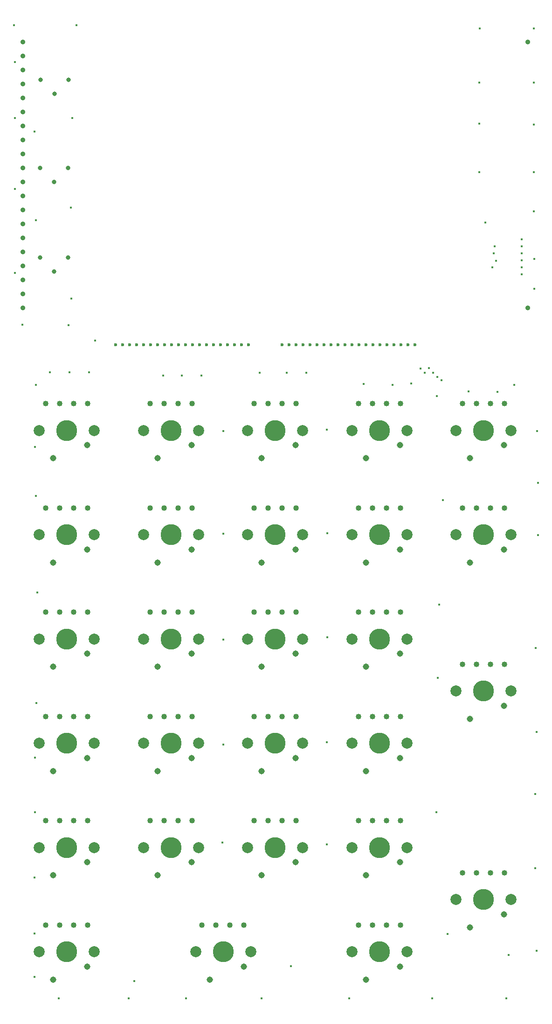
<source format=gbr>
%TF.GenerationSoftware,Altium Limited,Altium Designer,22.7.1 (60)*%
G04 Layer_Color=0*
%FSLAX45Y45*%
%MOMM*%
%TF.SameCoordinates,5A05AA2C-F857-43D8-A6CE-F15CAA79189D*%
%TF.FilePolarity,Positive*%
%TF.FileFunction,Plated,1,2,PTH,Drill*%
%TF.Part,Single*%
G01*
G75*
%TA.AperFunction,ComponentDrill*%
%ADD55C,0.83820*%
%ADD56C,1.01600*%
%ADD57C,1.14300*%
%ADD58C,3.81000*%
%ADD59C,2.00000*%
%ADD60C,0.60000*%
%TA.AperFunction,OtherDrill,Pad Free-15 (2.59mm,126.853mm)*%
%ADD61C,0.90000*%
%TA.AperFunction,OtherDrill,Pad Free-15 (2.59mm,129.393mm)*%
%ADD62C,0.90000*%
%TA.AperFunction,OtherDrill,Pad Free-15 (2.59mm,131.933mm)*%
%ADD63C,0.90000*%
%TA.AperFunction,OtherDrill,Pad Free-15 (2.59mm,134.473mm)*%
%ADD64C,0.90000*%
%TA.AperFunction,OtherDrill,Pad Free-15 (2.59mm,137.013mm)*%
%ADD65C,0.90000*%
%TA.AperFunction,OtherDrill,Pad Free-15 (2.59mm,139.553mm)*%
%ADD66C,0.90000*%
%TA.AperFunction,OtherDrill,Pad Free-15 (2.59mm,142.093mm)*%
%ADD67C,0.90000*%
%TA.AperFunction,OtherDrill,Pad Free-15 (2.59mm,144.633mm)*%
%ADD68C,0.90000*%
%TA.AperFunction,OtherDrill,Pad Free-15 (2.59mm,147.173mm)*%
%ADD69C,0.90000*%
%TA.AperFunction,OtherDrill,Pad Free-15 (2.59mm,149.713mm)*%
%ADD70C,0.90000*%
%TA.AperFunction,OtherDrill,Pad Free-15 (2.59mm,152.253mm)*%
%ADD71C,0.90000*%
%TA.AperFunction,OtherDrill,Pad Free-15 (2.59mm,154.793mm)*%
%ADD72C,0.90000*%
%TA.AperFunction,OtherDrill,Pad Free-15 (2.59mm,157.333mm)*%
%ADD73C,0.90000*%
%TA.AperFunction,OtherDrill,Pad Free-15 (2.59mm,159.873mm)*%
%ADD74C,0.90000*%
%TA.AperFunction,OtherDrill,Pad Free-15 (2.59mm,162.413mm)*%
%ADD75C,0.90000*%
%TA.AperFunction,OtherDrill,Pad Free-15 (2.59mm,164.953mm)*%
%ADD76C,0.90000*%
%TA.AperFunction,OtherDrill,Pad Free-15 (2.59mm,167.493mm)*%
%ADD77C,0.90000*%
%TA.AperFunction,OtherDrill,Pad Free-15 (94.259mm,126.853mm)*%
%ADD78C,0.90000*%
%TA.AperFunction,OtherDrill,Pad Free-15 (94.259mm,175.113mm)*%
%ADD79C,0.90000*%
%TA.AperFunction,OtherDrill,Pad Free-15 (2.59mm,170.033mm)*%
%ADD80C,0.90000*%
%TA.AperFunction,OtherDrill,Pad Free-15 (2.59mm,172.573mm)*%
%ADD81C,0.90000*%
%TA.AperFunction,OtherDrill,Pad Free-15 (2.59mm,175.113mm)*%
%ADD82C,0.90000*%
%TA.AperFunction,ViaDrill,NotFilled*%
%ADD83C,0.38100*%
D55*
X584200Y16827499D02*
D03*
X838200Y16573500D02*
D03*
X1092200Y16827499D02*
D03*
X1079500Y13601700D02*
D03*
X825500Y13347701D02*
D03*
X571500Y13601700D02*
D03*
X1079500Y15227299D02*
D03*
X825500Y14973300D02*
D03*
X571500Y15227299D02*
D03*
D56*
X8752730Y10950930D02*
D03*
X8244730D02*
D03*
X8498730D02*
D03*
X9006750Y10950910D02*
D03*
Y6220160D02*
D03*
X8498730Y6220180D02*
D03*
X8244730D02*
D03*
X8752730D02*
D03*
X9006750Y2435560D02*
D03*
X8498730Y2435580D02*
D03*
X8244730D02*
D03*
X8752730D02*
D03*
X4021980Y1489430D02*
D03*
X3513980D02*
D03*
X3767980D02*
D03*
X4276000Y1489410D02*
D03*
X1183530Y1489430D02*
D03*
X675530D02*
D03*
X929530D02*
D03*
X1437550Y1489410D02*
D03*
X1183530Y3381730D02*
D03*
X675530D02*
D03*
X929530D02*
D03*
X1437550Y3381710D02*
D03*
X1183530Y5274030D02*
D03*
X675530D02*
D03*
X929530D02*
D03*
X1437550Y5274010D02*
D03*
X1183530Y7166330D02*
D03*
X675530D02*
D03*
X929530D02*
D03*
X1437550Y7166310D02*
D03*
X1183530Y9058630D02*
D03*
X675530D02*
D03*
X929530D02*
D03*
X1437550Y9058610D02*
D03*
X1183530Y10950930D02*
D03*
X675530D02*
D03*
X929530D02*
D03*
X1437550Y10950910D02*
D03*
X7114450D02*
D03*
X6606430Y10950930D02*
D03*
X6352430D02*
D03*
X6860430D02*
D03*
X5222150Y3381710D02*
D03*
X4714130Y3381730D02*
D03*
X4460130D02*
D03*
X4968130D02*
D03*
X7114450Y1489410D02*
D03*
X6606430Y1489430D02*
D03*
X6352430D02*
D03*
X6860430D02*
D03*
X7114450Y3381710D02*
D03*
X6606430Y3381730D02*
D03*
X6352430D02*
D03*
X6860430D02*
D03*
X7114450Y5274010D02*
D03*
X6606430Y5274030D02*
D03*
X6352430D02*
D03*
X6860430D02*
D03*
X5222150Y9058610D02*
D03*
X4714130Y9058630D02*
D03*
X4460130D02*
D03*
X4968130D02*
D03*
X5222150Y10950910D02*
D03*
X4714130Y10950930D02*
D03*
X4460130D02*
D03*
X4968130D02*
D03*
X7114450Y9058610D02*
D03*
X6606430Y9058630D02*
D03*
X6352430D02*
D03*
X6860430D02*
D03*
X7114450Y7166310D02*
D03*
X6606430Y7166330D02*
D03*
X6352430D02*
D03*
X6860430D02*
D03*
X5222150Y7166310D02*
D03*
X4714130Y7166330D02*
D03*
X4460130D02*
D03*
X4968130D02*
D03*
X5222150Y5274010D02*
D03*
X4714130Y5274030D02*
D03*
X4460130D02*
D03*
X4968130D02*
D03*
X9006750Y9058610D02*
D03*
X8498730Y9058630D02*
D03*
X8244730D02*
D03*
X8752730D02*
D03*
X3329850Y7166310D02*
D03*
X2821830Y7166330D02*
D03*
X2567830D02*
D03*
X3075830D02*
D03*
X3329850Y5274010D02*
D03*
X2821830Y5274030D02*
D03*
X2567830D02*
D03*
X3075830D02*
D03*
X3329850Y10950910D02*
D03*
X2821830Y10950930D02*
D03*
X2567830D02*
D03*
X3075830D02*
D03*
X3329850Y3381710D02*
D03*
X2821830Y3381730D02*
D03*
X2567830D02*
D03*
X3075830D02*
D03*
X3329850Y9058610D02*
D03*
X2821830Y9058630D02*
D03*
X2567830D02*
D03*
X3075830D02*
D03*
D57*
X8381930Y9960310D02*
D03*
X8999130Y10194010D02*
D03*
Y5463260D02*
D03*
X8381930Y5229560D02*
D03*
X8999130Y1678660D02*
D03*
X8381930Y1444960D02*
D03*
X3651180Y498810D02*
D03*
X4268380Y732510D02*
D03*
X812730Y498810D02*
D03*
X1429930Y732510D02*
D03*
X812730Y2391110D02*
D03*
X1429930Y2624810D02*
D03*
X812730Y4283410D02*
D03*
X1429930Y4517110D02*
D03*
X812730Y6175710D02*
D03*
X1429930Y6409410D02*
D03*
X812730Y8068010D02*
D03*
X1429930Y8301710D02*
D03*
X812730Y9960310D02*
D03*
X1429930Y10194010D02*
D03*
X7106830D02*
D03*
X6489630Y9960310D02*
D03*
X5214530Y2624810D02*
D03*
X4597330Y2391110D02*
D03*
X7106830Y732510D02*
D03*
X6489630Y498810D02*
D03*
X7106830Y2624810D02*
D03*
X6489630Y2391110D02*
D03*
X7106830Y4517110D02*
D03*
X6489630Y4283410D02*
D03*
X5214530Y8301710D02*
D03*
X4597330Y8068010D02*
D03*
X5214530Y10194010D02*
D03*
X4597330Y9960310D02*
D03*
X7106830Y8301710D02*
D03*
X6489630Y8068010D02*
D03*
X7106830Y6409410D02*
D03*
X6489630Y6175710D02*
D03*
X5214530Y6409410D02*
D03*
X4597330Y6175710D02*
D03*
X5214530Y4517110D02*
D03*
X4597330Y4283410D02*
D03*
X8999130Y8301710D02*
D03*
X8381930Y8068010D02*
D03*
X3322230Y6409410D02*
D03*
X2705030Y6175710D02*
D03*
X3322230Y4517110D02*
D03*
X2705030Y4283410D02*
D03*
X3322230Y10194010D02*
D03*
X2705030Y9960310D02*
D03*
X3322230Y2624810D02*
D03*
X2705030Y2391110D02*
D03*
X3322230Y8301710D02*
D03*
X2705030Y8068010D02*
D03*
D58*
X8627030Y10463230D02*
D03*
Y5732480D02*
D03*
Y1947880D02*
D03*
X3896280Y1001730D02*
D03*
X1057830D02*
D03*
Y2894030D02*
D03*
Y4786330D02*
D03*
Y6678630D02*
D03*
Y8570930D02*
D03*
Y10463230D02*
D03*
X6734730D02*
D03*
X4842430Y2894030D02*
D03*
X6734730Y1001730D02*
D03*
Y2894030D02*
D03*
Y4786330D02*
D03*
X4842430Y8570930D02*
D03*
Y10463230D02*
D03*
X6734730Y8570930D02*
D03*
Y6678630D02*
D03*
X4842430D02*
D03*
Y4786330D02*
D03*
X8627030Y8570930D02*
D03*
X2950130Y6678630D02*
D03*
Y4786330D02*
D03*
Y10463230D02*
D03*
Y2894030D02*
D03*
Y8570930D02*
D03*
D59*
X9126140Y10463230D02*
D03*
X8127930D02*
D03*
Y5732480D02*
D03*
X9126140D02*
D03*
X8127930Y1947880D02*
D03*
X9126140D02*
D03*
X4395390Y1001730D02*
D03*
X3397180D02*
D03*
X1556940D02*
D03*
X558730D02*
D03*
X1556940Y2894030D02*
D03*
X558730D02*
D03*
X1556940Y4786330D02*
D03*
X558730D02*
D03*
X1556940Y6678630D02*
D03*
X558730D02*
D03*
X1556940Y8570930D02*
D03*
X558730D02*
D03*
X1556940Y10463230D02*
D03*
X558730D02*
D03*
X6235630D02*
D03*
X7233840D02*
D03*
X4343330Y2894030D02*
D03*
X5341540D02*
D03*
X6235630Y1001730D02*
D03*
X7233840D02*
D03*
X6235630Y2894030D02*
D03*
X7233840D02*
D03*
X6235630Y4786330D02*
D03*
X7233840D02*
D03*
X4343330Y8570930D02*
D03*
X5341540D02*
D03*
X4343330Y10463230D02*
D03*
X5341540D02*
D03*
X6235630Y8570930D02*
D03*
X7233840D02*
D03*
X6235630Y6678630D02*
D03*
X7233840D02*
D03*
X4343330D02*
D03*
X5341540D02*
D03*
X4343330Y4786330D02*
D03*
X5341540D02*
D03*
X8127930Y8570930D02*
D03*
X9126140D02*
D03*
X2451030Y6678630D02*
D03*
X3449240D02*
D03*
X2451030Y4786330D02*
D03*
X3449240D02*
D03*
X2451030Y10463230D02*
D03*
X3449240D02*
D03*
X2451030Y2894030D02*
D03*
X3449240D02*
D03*
X2451030Y8570930D02*
D03*
X3449240D02*
D03*
D60*
X7378700Y12014200D02*
D03*
X7251700D02*
D03*
X7124700D02*
D03*
X6997700D02*
D03*
X6870700D02*
D03*
X6743700D02*
D03*
X6616700D02*
D03*
X6489700D02*
D03*
X6362700D02*
D03*
X6235700D02*
D03*
X6108700D02*
D03*
X5981700D02*
D03*
X5854700D02*
D03*
X5727700D02*
D03*
X5600700D02*
D03*
X5473700D02*
D03*
X5346700D02*
D03*
X5219700D02*
D03*
X5092700D02*
D03*
X4965700D02*
D03*
X4356100D02*
D03*
X4229100D02*
D03*
X4102100D02*
D03*
X3975100D02*
D03*
X3848100D02*
D03*
X3721100D02*
D03*
X3594100D02*
D03*
X3467100D02*
D03*
X3340100D02*
D03*
X3213100D02*
D03*
X3086100D02*
D03*
X2959100D02*
D03*
X2832100D02*
D03*
X2705100D02*
D03*
X2578100D02*
D03*
X2451100D02*
D03*
X2324100D02*
D03*
X2197100D02*
D03*
X2070100D02*
D03*
X1943100D02*
D03*
D61*
X259000Y12685300D02*
D03*
D62*
Y12939301D02*
D03*
D63*
Y13193300D02*
D03*
D64*
Y13447301D02*
D03*
D65*
Y13701300D02*
D03*
D66*
Y13955299D02*
D03*
D67*
Y14209300D02*
D03*
D68*
Y14463300D02*
D03*
D69*
Y14717300D02*
D03*
D70*
Y14971300D02*
D03*
D71*
Y15225301D02*
D03*
D72*
Y15479300D02*
D03*
D73*
Y15733299D02*
D03*
D74*
Y15987300D02*
D03*
D75*
Y16241299D02*
D03*
D76*
Y16495300D02*
D03*
D77*
Y16749300D02*
D03*
D78*
X9425860Y12685300D02*
D03*
D79*
Y17511301D02*
D03*
D80*
X259000Y17003300D02*
D03*
D81*
Y17257300D02*
D03*
D82*
Y17511301D02*
D03*
D83*
X9563100Y3860800D02*
D03*
X9575800Y6515100D02*
D03*
X8547100Y15151100D02*
D03*
Y16027400D02*
D03*
Y16776700D02*
D03*
X8559800Y17754601D02*
D03*
X9537700D02*
D03*
Y16776700D02*
D03*
Y16014700D02*
D03*
Y15151100D02*
D03*
Y14439900D02*
D03*
X9550400Y13576300D02*
D03*
Y13030200D02*
D03*
X9613900Y9512300D02*
D03*
X1574800Y12090400D02*
D03*
X1092200Y12369800D02*
D03*
X1231900Y17818100D02*
D03*
X101600D02*
D03*
X114300Y17145000D02*
D03*
Y16128999D02*
D03*
Y14846300D02*
D03*
Y13322301D02*
D03*
X254000Y12382500D02*
D03*
X495300Y11290300D02*
D03*
X482600Y10160000D02*
D03*
X495300Y9271000D02*
D03*
X520700Y7518400D02*
D03*
X508000Y5511800D02*
D03*
X482600Y4521200D02*
D03*
Y3530600D02*
D03*
X469900Y2349500D02*
D03*
Y1333500D02*
D03*
Y546100D02*
D03*
X914400Y152400D02*
D03*
X2184400D02*
D03*
X3225800D02*
D03*
X4597400D02*
D03*
X6184900D02*
D03*
X7696200D02*
D03*
X9042400D02*
D03*
X9588500Y1016000D02*
D03*
X9563100Y2514600D02*
D03*
X9588500Y4991100D02*
D03*
X9613900Y8559800D02*
D03*
X9601200Y10452100D02*
D03*
X5778500Y10477500D02*
D03*
X3898900Y10452100D02*
D03*
Y8585200D02*
D03*
X5791200Y8597900D02*
D03*
Y6705600D02*
D03*
X3898900Y6667500D02*
D03*
X5778500Y2946400D02*
D03*
Y4800600D02*
D03*
X3898900Y4762500D02*
D03*
X3886200Y2984500D02*
D03*
X2286000Y469900D02*
D03*
X5130800Y736600D02*
D03*
X9080500Y939800D02*
D03*
X7975600Y1320800D02*
D03*
X8813800Y13677901D02*
D03*
X8661400Y14236700D02*
D03*
X7315200Y11312880D02*
D03*
X7777969Y11084280D02*
D03*
X7861300Y11376380D02*
D03*
X1460500Y11518900D02*
D03*
X8877300Y11163300D02*
D03*
X8356600Y11173180D02*
D03*
X3505200Y11455400D02*
D03*
X4559300Y11506200D02*
D03*
X2806700Y11455400D02*
D03*
X1143000Y12852400D02*
D03*
X1130300Y14503400D02*
D03*
X1155700Y16128999D02*
D03*
X469900Y15887700D02*
D03*
X495300Y14274800D02*
D03*
X5410200Y11506200D02*
D03*
X6972300Y11290300D02*
D03*
X9182100D02*
D03*
X6451600Y11303000D02*
D03*
X5054600Y11506200D02*
D03*
X3149600Y11455400D02*
D03*
X1104900Y11518900D02*
D03*
X749300D02*
D03*
X8786761Y13423512D02*
D03*
X8851900Y13538200D02*
D03*
X8826500Y13804900D02*
D03*
X7632700Y11592560D02*
D03*
X7480300Y11582400D02*
D03*
X7785100Y11433724D02*
D03*
X9321800Y13931900D02*
D03*
Y13804900D02*
D03*
X7708447Y11506114D02*
D03*
X9321800Y13677901D02*
D03*
Y13550900D02*
D03*
Y13423900D02*
D03*
Y13296899D02*
D03*
X7556500Y11506200D02*
D03*
X7886700Y9194800D02*
D03*
X7797800Y5975350D02*
D03*
X7823200Y7302500D02*
D03*
X7772400Y3530600D02*
D03*
%TF.MD5,643f091edca42f99420e159b9882e0cf*%
M02*

</source>
